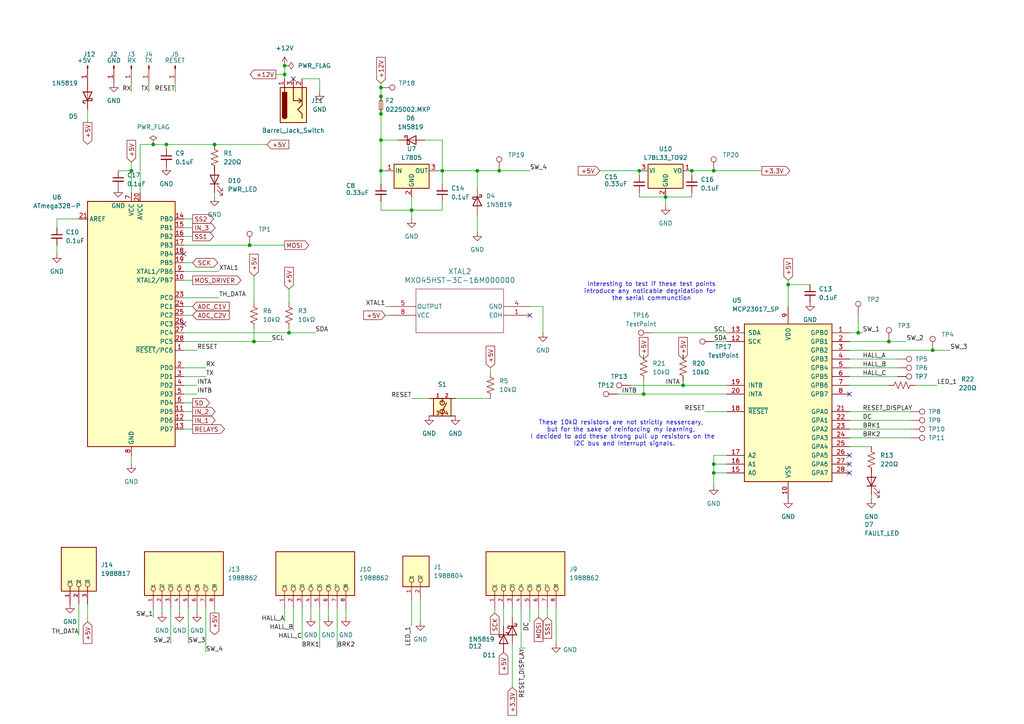
<source format=kicad_sch>
(kicad_sch (version 20231120) (generator "eeschema") (generator_version "8.0")
  (paper "A4")
  (title_block (title "Motor Controller") (date "2024-09-17") (rev "4") (company "Andrew Fischer"))
  (lib_symbols
    (symbol "1988804:1988804" (pin_names (offset 1.016))
      (property "Reference" "J" (at -2.54 3.302 0))
      (property "Value" "1988804" (at -2.54 -7.62 0))
      (symbol "1988804_0_0"
        (pin passive line (at -7.62 0 0) (length 5.08) (name "1") (number "1"))
        (pin passive line (at -7.62 -2.54 0) (length 5.08) (name "2") (number "2"))
      )
    )
    (symbol "1988817:1988817" (pin_names (offset 1.016))
      (property "Reference" "J" (at -6.85 5.08 0))
      (property "Value" "1988817" (at -6.35 -7.62 0))
      (symbol "1988817_0_0"
        (pin passive line (at -10.16 2.54 0) (length 5.08) (name "1") (number "1"))
        (pin passive line (at -10.16 0 0) (length 5.08) (name "2") (number "2"))
        (pin passive line (at -10.16 -2.54 0) (length 5.08) (name "3") (number "3"))
      )
    )
    (symbol "1988862:1988862" (pin_names (offset 1.016))
      (property "Reference" "J" (at -6.85 12.7 0))
      (property "Value" "1988862" (at -6.35 -12.7 0))
      (symbol "1988862_0_0"
        (pin passive line (at -10.16 10.16 0) (length 5.08) (name "1") (number "1"))
        (pin passive line (at -10.16 7.62 0) (length 5.08) (name "2") (number "2"))
        (pin passive line (at -10.16 5.08 0) (length 5.08) (name "3") (number "3"))
        (pin passive line (at -10.16 2.54 0) (length 5.08) (name "4") (number "4"))
        (pin passive line (at -10.16 0 0) (length 5.08) (name "5") (number "5"))
        (pin passive line (at -10.16 -2.54 0) (length 5.08) (name "6") (number "6"))
        (pin passive line (at -10.16 -5.08 0) (length 5.08) (name "7") (number "7"))
        (pin passive line (at -10.16 -7.62 0) (length 5.08) (name "8") (number "8"))
      )
    )
    (symbol "Connector:Barrel_Jack_Switch" (pin_names hide)
      (property "Reference" "J" (at 0 5.334 0))
      (property "Value" "Barrel_Jack_Switch" (at 0 -5.08 0))
      (symbol "Barrel_Jack_Switch_1_1"
        (pin passive line (at 7.62 2.54 180) (length 2.54) (name "~") (number "1"))
        (pin passive line (at 7.62 -2.54 180) (length 2.54) (name "~") (number "2"))
        (pin passive line (at 7.62 0 180) (length 2.54) (name "~") (number "3"))
      )
    )
    (symbol "Connector:Conn_01x01_Pin" (pin_names (offset 1.016) hide)
      (property "Reference" "J" (at 0 2.54 0))
      (property "Value" "Conn_01x01_Pin" (at 0 -2.54 0))
      (symbol "Conn_01x01_Pin_1_1"
        (pin passive line (at 5.08 0 180) (length 3.81) (name "Pin_1") (number "1"))
      )
    )
    (symbol "Connector:TestPoint" (pin_numbers hide) (pin_names (offset 0.762) hide)
      (property "Reference" "TP" (at 0 6.858 0))
      (property "Value" "TestPoint" (at 0 5.08 0))
      (symbol "TestPoint_1_1"
        (pin passive line (at 0 0 90) (length 2.54) (name "1") (number "1"))
      )
    )
    (symbol "Device:C_Small" (pin_numbers hide) (pin_names (offset 0.254) hide)
      (property "Reference" "C" (at 0.254 1.778 0))
      (property "Value" "C_Small" (at 0.254 -2.032 0))
      (symbol "C_Small_1_1"
        (pin passive line (at 0 2.54 270) (length 2.032) (name "~") (number "1"))
        (pin passive line (at 0 -2.54 90) (length 2.032) (name "~") (number "2"))
      )
    )
    (symbol "Device:Fuse_Small" (pin_numbers hide) (pin_names (offset 0.254) hide)
      (property "Reference" "F" (at 0 -1.524 0))
      (property "Value" "Fuse_Small" (at 0 1.524 0))
      (symbol "Fuse_Small_1_1"
        (pin passive line (at -2.54 0 0) (length 1.27) (name "~") (number "1"))
        (pin passive line (at 2.54 0 180) (length 1.27) (name "~") (number "2"))
      )
    )
    (symbol "Device:LED" (pin_numbers hide) (pin_names (offset 1.016) hide)
      (property "Reference" "D" (at 0 2.54 0))
      (property "Value" "LED" (at 0 -2.54 0))
      (symbol "LED_1_1"
        (pin passive line (at -3.81 0 0) (length 2.54) (name "K") (number "1"))
        (pin passive line (at 3.81 0 180) (length 2.54) (name "A") (number "2"))
      )
    )
    (symbol "Device:R_US" (pin_numbers hide) (pin_names (offset 0))
      (property "Reference" "R" (at 2.54 0 90))
      (property "Value" "R_US" (at -2.54 0 90))
      (symbol "R_US_1_1"
        (pin passive line (at 0 3.81 270) (length 1.27) (name "~") (number "1"))
        (pin passive line (at 0 -3.81 90) (length 1.27) (name "~") (number "2"))
      )
    )
    (symbol "Diode:1N5819" (pin_numbers hide) (pin_names (offset 1.016) hide)
      (property "Reference" "D" (at 0 2.54 0))
      (property "Value" "1N5819" (at 0 -2.54 0))
      (symbol "1N5819_1_1"
        (pin passive line (at -3.81 0 0) (length 2.54) (name "K") (number "1"))
        (pin passive line (at 3.81 0 180) (length 2.54) (name "A") (number "2"))
      )
    )
    (symbol "Interface_Expansion:MCP23017_SP" (pin_names (offset 1.016))
      (property "Reference" "U" (at -11.43 24.13 0))
      (property "Value" "MCP23017_SP" (at 0 0 0))
      (symbol "MCP23017_SP_1_1"
        (pin bidirectional line (at 17.78 20.32 180) (length 5.08) (name "GPB0") (number "1"))
        (pin power_in line (at 0 -27.94 90) (length 5.08) (name "VSS") (number "10"))
        (pin no_connect line (at -12.7 15.24 0) (length 5.08) hide (name "NC") (number "11"))
        (pin input line (at -17.78 17.78 0) (length 5.08) (name "SCK") (number "12"))
        (pin bidirectional line (at -17.78 20.32 0) (length 5.08) (name "SDA") (number "13"))
        (pin no_connect line (at -12.7 12.7 0) (length 5.08) hide (name "NC") (number "14"))
        (pin input line (at -17.78 -20.32 0) (length 5.08) (name "A0") (number "15"))
        (pin input line (at -17.78 -17.78 0) (length 5.08) (name "A1") (number "16"))
        (pin input line (at -17.78 -15.24 0) (length 5.08) (name "A2") (number "17"))
        (pin input line (at -17.78 -2.54 0) (length 5.08) (name "~{RESET}") (number "18"))
        (pin tri_state line (at -17.78 5.08 0) (length 5.08) (name "INTB") (number "19"))
        (pin bidirectional line (at 17.78 17.78 180) (length 5.08) (name "GPB1") (number "2"))
        (pin tri_state line (at -17.78 2.54 0) (length 5.08) (name "INTA") (number "20"))
        (pin bidirectional line (at 17.78 -2.54 180) (length 5.08) (name "GPA0") (number "21"))
        (pin bidirectional line (at 17.78 -5.08 180) (length 5.08) (name "GPA1") (number "22"))
        (pin bidirectional line (at 17.78 -7.62 180) (length 5.08) (name "GPA2") (number "23"))
        (pin bidirectional line (at 17.78 -10.16 180) (length 5.08) (name "GPA3") (number "24"))
        (pin bidirectional line (at 17.78 -12.7 180) (length 5.08) (name "GPA4") (number "25"))
        (pin bidirectional line (at 17.78 -15.24 180) (length 5.08) (name "GPA5") (number "26"))
        (pin bidirectional line (at 17.78 -17.78 180) (length 5.08) (name "GPA6") (number "27"))
        (pin bidirectional line (at 17.78 -20.32 180) (length 5.08) (name "GPA7") (number "28"))
        (pin bidirectional line (at 17.78 15.24 180) (length 5.08) (name "GPB2") (number "3"))
        (pin bidirectional line (at 17.78 12.7 180) (length 5.08) (name "GPB3") (number "4"))
        (pin bidirectional line (at 17.78 10.16 180) (length 5.08) (name "GPB4") (number "5"))
        (pin bidirectional line (at 17.78 7.62 180) (length 5.08) (name "GPB5") (number "6"))
        (pin bidirectional line (at 17.78 5.08 180) (length 5.08) (name "GPB6") (number "7"))
        (pin bidirectional line (at 17.78 2.54 180) (length 5.08) (name "GPB7") (number "8"))
        (pin power_in line (at 0 27.94 270) (length 5.08) (name "VDD") (number "9"))
      )
    )
    (symbol "MCU_Microchip_ATmega:ATmega328-P"
      (property "Reference" "U" (at -12.7 36.83 0))
      (property "Value" "ATmega328-P" (at 2.54 -36.83 0))
      (symbol "ATmega328-P_1_1"
        (pin bidirectional line (at 15.24 -7.62 180) (length 2.54) (name "~{RESET}/PC6") (number "1"))
        (pin bidirectional line (at 15.24 12.7 180) (length 2.54) (name "XTAL2/PB7") (number "10"))
        (pin bidirectional line (at 15.24 -25.4 180) (length 2.54) (name "PD5") (number "11"))
        (pin bidirectional line (at 15.24 -27.94 180) (length 2.54) (name "PD6") (number "12"))
        (pin bidirectional line (at 15.24 -30.48 180) (length 2.54) (name "PD7") (number "13"))
        (pin bidirectional line (at 15.24 30.48 180) (length 2.54) (name "PB0") (number "14"))
        (pin bidirectional line (at 15.24 27.94 180) (length 2.54) (name "PB1") (number "15"))
        (pin bidirectional line (at 15.24 25.4 180) (length 2.54) (name "PB2") (number "16"))
        (pin bidirectional line (at 15.24 22.86 180) (length 2.54) (name "PB3") (number "17"))
        (pin bidirectional line (at 15.24 20.32 180) (length 2.54) (name "PB4") (number "18"))
        (pin bidirectional line (at 15.24 17.78 180) (length 2.54) (name "PB5") (number "19"))
        (pin bidirectional line (at 15.24 -12.7 180) (length 2.54) (name "PD0") (number "2"))
        (pin power_in line (at 2.54 38.1 270) (length 2.54) (name "AVCC") (number "20"))
        (pin passive line (at -15.24 30.48 0) (length 2.54) (name "AREF") (number "21"))
        (pin passive line (at 0 -38.1 90) (length 2.54) hide (name "GND") (number "22"))
        (pin bidirectional line (at 15.24 7.62 180) (length 2.54) (name "PC0") (number "23"))
        (pin bidirectional line (at 15.24 5.08 180) (length 2.54) (name "PC1") (number "24"))
        (pin bidirectional line (at 15.24 2.54 180) (length 2.54) (name "PC2") (number "25"))
        (pin bidirectional line (at 15.24 0 180) (length 2.54) (name "PC3") (number "26"))
        (pin bidirectional line (at 15.24 -2.54 180) (length 2.54) (name "PC4") (number "27"))
        (pin bidirectional line (at 15.24 -5.08 180) (length 2.54) (name "PC5") (number "28"))
        (pin bidirectional line (at 15.24 -15.24 180) (length 2.54) (name "PD1") (number "3"))
        (pin bidirectional line (at 15.24 -17.78 180) (length 2.54) (name "PD2") (number "4"))
        (pin bidirectional line (at 15.24 -20.32 180) (length 2.54) (name "PD3") (number "5"))
        (pin bidirectional line (at 15.24 -22.86 180) (length 2.54) (name "PD4") (number "6"))
        (pin power_in line (at 0 38.1 270) (length 2.54) (name "VCC") (number "7"))
        (pin power_in line (at 0 -38.1 90) (length 2.54) (name "GND") (number "8"))
        (pin bidirectional line (at 15.24 15.24 180) (length 2.54) (name "XTAL1/PB6") (number "9"))
      )
    )
    (symbol "MXO45HST-3C-16M000000:MXO45HST-3C-16M000000" (pin_names (offset 0.254))
      (property "Reference" "XTAL" (at 20.32 10.16 0))
      (property "Value" "MXO45HST-3C-16M000000" (at 20.32 7.62 0))
      (symbol "MXO45HST-3C-16M000000_0_1"
        (pin input line (at 0 0 0) (length 7.62) (name "EOH") (number "1"))
        (pin power_out line (at 0 -2.54 0) (length 7.62) (name "GND") (number "4"))
        (pin output line (at 40.64 -2.54 180) (length 7.62) (name "OUTPUT") (number "5"))
        (pin power_in line (at 40.64 0 180) (length 7.62) (name "VCC") (number "8"))
      )
    )
    (symbol "Regulator_Linear:L7805" (pin_names (offset 0.254))
      (property "Reference" "U" (at -3.81 3.175 0))
      (property "Value" "L7805" (at 0 3.175 0))
      (symbol "L7805_1_1"
        (pin power_in line (at -7.62 0 0) (length 2.54) (name "IN") (number "1"))
        (pin power_in line (at 0 -7.62 90) (length 2.54) (name "GND") (number "2"))
        (pin power_out line (at 7.62 0 180) (length 2.54) (name "OUT") (number "3"))
      )
    )
    (symbol "Regulator_Linear:L78L33_TO92" (pin_names (offset 0.254))
      (property "Reference" "U" (at -3.81 3.175 0))
      (property "Value" "L78L33_TO92" (at 0 3.175 0))
      (symbol "L78L33_TO92_1_1"
        (pin power_out line (at 7.62 0 180) (length 2.54) (name "VO") (number "1"))
        (pin power_in line (at 0 -7.62 90) (length 2.54) (name "GND") (number "2"))
        (pin power_in line (at -7.62 0 0) (length 2.54) (name "VI") (number "3"))
      )
    )
    (symbol "TS02-66-50-BK-160-LCR-D:TS02-66-50-BK-160-LCR-D" (pin_names (offset 1.016))
      (property "Reference" "S1" (at 0 12.7 0))
      (property "Value" "TS02-66-50-BK-160-LCR-D" (at 0.508 -4.318 0))
      (symbol "TS02-66-50-BK-160-LCR-D_0_0"
        (pin passive line (at -3.81 2.54 0) (length 5.08) (name "~") (number "1"))
        (pin passive line (at 3.81 2.54 180) (length 5.08) (name "~") (number "2"))
        (pin passive line (at -3.81 -2.54 0) (length 5.08) (name "~") (number "3"))
        (pin passive line (at 3.81 -2.54 180) (length 5.08) (name "~") (number "4"))
      )
    )
    (symbol "power:+12V" (power) (pin_numbers hide) (pin_names (offset 0) hide)
      (property "Value" "+12V" (at 0 3.556 0))
      (symbol "+12V_1_1"
        (pin power_in line (at 0 0 90) (length 0) (name "~") (number "1"))
      )
    )
    (symbol "power:GND" (power) (pin_numbers hide) (pin_names (offset 0) hide)
      (property "Value" "GND" (at 0 -3.81 0))
      (symbol "GND_1_1"
        (pin power_in line (at 0 0 270) (length 0) (name "~") (number "1"))
      )
    )
    (symbol "power:PWR_FLAG" (power) (pin_numbers hide) (pin_names (offset 0) hide)
      (property "Value" "PWR_FLAG" (at 0 3.81 0))
      (symbol "PWR_FLAG_0_0"
        (pin power_out line (at 0 0 90) (length 0) (name "~") (number "1"))
      )
    )
  )
  (junction (at 110.49 27.94))
  (junction (at 38.1 49.53))
  (junction (at 110.49 40.64))
  (junction (at 200.66 49.53))
  (junction (at 144.78 49.53))
  (junction (at 198.12 111.76))
  (junction (at 138.43 49.53))
  (junction (at 270.51 101.6))
  (junction (at 207.01 49.53))
  (junction (at 110.49 33.02))
  (junction (at 110.49 25.4))
  (junction (at 257.81 99.06))
  (junction (at 83.82 96.52))
  (junction (at 62.23 41.91))
  (junction (at 248.92 96.52))
  (junction (at 72.39 71.12))
  (junction (at 82.55 21.59))
  (junction (at 228.6 82.55))
  (junction (at 128.27 49.53))
  (junction (at 110.49 49.53))
  (junction (at 193.04 57.15))
  (junction (at 48.26 41.91))
  (junction (at 82.55 19.05))
  (junction (at 207.01 137.16))
  (junction (at 185.42 49.53))
  (junction (at 119.38 60.96))
  (junction (at 207.01 134.62))
  (junction (at 44.45 41.91))
  (junction (at 73.66 99.06))
  (junction (at 186.69 114.3))
  (no_connect (at 246.38 137.16))
  (no_connect (at 246.38 132.08))
  (no_connect (at 246.38 134.62))
  (no_connect (at 153.67 91.44))
  (no_connect (at 53.34 73.66))
  (no_connect (at 246.38 114.3))
  (no_connect (at 53.34 93.98))
  (no_connect (at 85.09 22.86))
  (wire (pts (xy 73.66 95.25) (xy 73.66 99.06)))
  (wire (pts (xy 185.42 57.15) (xy 193.04 57.15)))
  (wire (pts (xy 46.99 176.53) (xy 46.99 177.8)))
  (wire (pts (xy 53.34 111.76) (xy 57.15 111.76)))
  (wire (pts (xy 53.34 109.22) (xy 59.69 109.22)))
  (wire (pts (xy 16.51 66.04) (xy 16.51 63.5)))
  (wire (pts (xy 38.1 46.99) (xy 38.1 49.53)))
  (wire (pts (xy 228.6 82.55) (xy 228.6 88.9)))
  (wire (pts (xy 110.49 49.53) (xy 111.76 49.53)))
  (wire (pts (xy 50.8 24.13) (xy 50.8 26.67)))
  (wire (pts (xy 185.42 55.88) (xy 185.42 57.15)))
  (wire (pts (xy 179.07 114.3) (xy 186.69 114.3)))
  (wire (pts (xy 246.38 121.92) (xy 264.16 121.92)))
  (wire (pts (xy 48.26 41.91) (xy 62.23 41.91)))
  (wire (pts (xy 142.24 106.68) (xy 142.24 107.95)))
  (wire (pts (xy 246.38 106.68) (xy 260.35 106.68)))
  (wire (pts (xy 53.34 114.3) (xy 57.15 114.3)))
  (wire (pts (xy 16.51 63.5) (xy 22.86 63.5)))
  (wire (pts (xy 210.82 99.06) (xy 207.01 99.06)))
  (wire (pts (xy 270.51 101.6) (xy 275.59 101.6)))
  (wire (pts (xy 146.05 176.53) (xy 146.05 181.61)))
  (wire (pts (xy 189.23 96.52) (xy 210.82 96.52)))
  (wire (pts (xy 207.01 49.53) (xy 220.98 49.53)))
  (wire (pts (xy 248.92 96.52) (xy 250.19 96.52)))
  (wire (pts (xy 200.66 57.15) (xy 193.04 57.15)))
  (wire (pts (xy 151.13 187.96) (xy 151.13 176.53)))
  (wire (pts (xy 173.99 49.53) (xy 185.42 49.53)))
  (wire (pts (xy 72.39 71.12) (xy 82.55 71.12)))
  (wire (pts (xy 153.67 176.53) (xy 153.67 180.34)))
  (wire (pts (xy 143.51 176.53) (xy 143.51 177.8)))
  (wire (pts (xy 138.43 62.23) (xy 138.43 67.31)))
  (wire (pts (xy 185.42 49.53) (xy 185.42 50.8)))
  (wire (pts (xy 157.48 96.52) (xy 157.48 88.9)))
  (wire (pts (xy 248.92 91.44) (xy 248.92 96.52)))
  (wire (pts (xy 186.69 110.49) (xy 186.69 114.3)))
  (wire (pts (xy 246.38 119.38) (xy 264.16 119.38)))
  (wire (pts (xy 22.86 175.26) (xy 22.86 184.15)))
  (wire (pts (xy 119.38 60.96) (xy 119.38 57.15)))
  (wire (pts (xy 49.53 176.53) (xy 49.53 186.69)))
  (wire (pts (xy 110.49 60.96) (xy 119.38 60.96)))
  (wire (pts (xy 200.66 49.53) (xy 200.66 50.8)))
  (wire (pts (xy 144.78 49.53) (xy 153.67 49.53)))
  (wire (pts (xy 92.71 22.86) (xy 87.63 22.86)))
  (wire (pts (xy 228.6 82.55) (xy 234.95 82.55)))
  (wire (pts (xy 80.01 21.59) (xy 82.55 21.59)))
  (wire (pts (xy 252.73 137.16) (xy 252.73 135.89)))
  (wire (pts (xy 161.29 176.53) (xy 161.29 186.69)))
  (wire (pts (xy 53.34 96.52) (xy 83.82 96.52)))
  (wire (pts (xy 119.38 63.5) (xy 119.38 60.96)))
  (wire (pts (xy 82.55 21.59) (xy 82.55 22.86)))
  (wire (pts (xy 207.01 137.16) (xy 210.82 137.16)))
  (wire (pts (xy 110.49 24.13) (xy 110.49 25.4)))
  (wire (pts (xy 207.01 140.97) (xy 207.01 137.16)))
  (wire (pts (xy 44.45 176.53) (xy 44.45 179.07)))
  (wire (pts (xy 53.34 119.38) (xy 55.88 119.38)))
  (wire (pts (xy 38.1 132.08) (xy 38.1 134.62)))
  (wire (pts (xy 148.59 186.69) (xy 148.59 199.39)))
  (wire (pts (xy 193.04 59.69) (xy 193.04 57.15)))
  (wire (pts (xy 246.38 127) (xy 264.16 127)))
  (wire (pts (xy 59.69 176.53) (xy 59.69 189.23)))
  (wire (pts (xy 128.27 49.53) (xy 128.27 53.34)))
  (wire (pts (xy 83.82 95.25) (xy 83.82 96.52)))
  (wire (pts (xy 110.49 60.96) (xy 110.49 58.42)))
  (wire (pts (xy 57.15 177.8) (xy 57.15 176.53)))
  (wire (pts (xy 182.88 111.76) (xy 198.12 111.76)))
  (wire (pts (xy 246.38 96.52) (xy 248.92 96.52)))
  (wire (pts (xy 119.38 60.96) (xy 128.27 60.96)))
  (wire (pts (xy 82.55 176.53) (xy 82.55 180.34)))
  (wire (pts (xy 62.23 55.88) (xy 62.23 57.15)))
  (wire (pts (xy 43.18 24.13) (xy 43.18 26.67)))
  (wire (pts (xy 152.4 187.96) (xy 151.13 187.96)))
  (wire (pts (xy 198.12 111.76) (xy 210.82 111.76)))
  (wire (pts (xy 100.33 176.53) (xy 100.33 179.07)))
  (wire (pts (xy 83.82 96.52) (xy 91.44 96.52)))
  (wire (pts (xy 85.09 176.53) (xy 85.09 182.88)))
  (wire (pts (xy 34.29 49.53) (xy 38.1 49.53)))
  (wire (pts (xy 111.76 88.9) (xy 113.03 88.9)))
  (wire (pts (xy 257.81 99.06) (xy 262.89 99.06)))
  (wire (pts (xy 63.5 78.74) (xy 53.34 78.74)))
  (wire (pts (xy 246.38 109.22) (xy 260.35 109.22)))
  (wire (pts (xy 148.59 176.53) (xy 148.59 179.07)))
  (wire (pts (xy 246.38 101.6) (xy 270.51 101.6)))
  (wire (pts (xy 110.49 33.02) (xy 110.49 40.64)))
  (wire (pts (xy 128.27 49.53) (xy 128.27 40.64)))
  (wire (pts (xy 246.38 99.06) (xy 257.81 99.06)))
  (wire (pts (xy 53.34 124.46) (xy 55.88 124.46)))
  (wire (pts (xy 53.34 99.06) (xy 73.66 99.06)))
  (wire (pts (xy 119.38 115.57) (xy 124.46 115.57)))
  (wire (pts (xy 110.49 25.4) (xy 110.49 27.94)))
  (wire (pts (xy 186.69 102.87) (xy 186.69 104.14)))
  (wire (pts (xy 200.66 55.88) (xy 200.66 57.15)))
  (wire (pts (xy 53.34 121.92) (xy 55.88 121.92)))
  (wire (pts (xy 53.34 68.58) (xy 55.88 68.58)))
  (wire (pts (xy 82.55 19.05) (xy 82.55 21.59)))
  (wire (pts (xy 53.34 106.68) (xy 59.69 106.68)))
  (wire (pts (xy 87.63 176.53) (xy 87.63 185.42)))
  (wire (pts (xy 77.47 41.91) (xy 62.23 41.91)))
  (wire (pts (xy 119.38 173.99) (xy 119.38 181.61)))
  (wire (pts (xy 246.38 124.46) (xy 264.16 124.46)))
  (wire (pts (xy 186.69 114.3) (xy 210.82 114.3)))
  (wire (pts (xy 110.49 27.94) (xy 110.49 33.02)))
  (wire (pts (xy 38.1 49.53) (xy 38.1 55.88)))
  (wire (pts (xy 200.66 49.53) (xy 207.01 49.53)))
  (wire (pts (xy 128.27 40.64) (xy 123.19 40.64)))
  (wire (pts (xy 110.49 40.64) (xy 115.57 40.64)))
  (wire (pts (xy 156.21 176.53) (xy 156.21 179.07)))
  (wire (pts (xy 207.01 134.62) (xy 207.01 132.08)))
  (wire (pts (xy 128.27 49.53) (xy 127 49.53)))
  (wire (pts (xy 73.66 99.06) (xy 78.74 99.06)))
  (wire (pts (xy 246.38 104.14) (xy 260.35 104.14)))
  (wire (pts (xy 16.51 71.12) (xy 16.51 73.66)))
  (wire (pts (xy 53.34 86.36) (xy 63.5 86.36)))
  (wire (pts (xy 53.34 76.2) (xy 55.88 76.2)))
  (wire (pts (xy 128.27 60.96) (xy 128.27 58.42)))
  (wire (pts (xy 90.17 176.53) (xy 90.17 179.07)))
  (wire (pts (xy 138.43 49.53) (xy 138.43 54.61)))
  (wire (pts (xy 25.4 31.75) (xy 25.4 35.56)))
  (wire (pts (xy 92.71 26.67) (xy 92.71 22.86)))
  (wire (pts (xy 252.73 143.51) (xy 252.73 144.78)))
  (wire (pts (xy 53.34 91.44) (xy 55.88 91.44)))
  (wire (pts (xy 83.82 83.82) (xy 83.82 87.63)))
  (wire (pts (xy 38.1 24.13) (xy 38.1 26.67)))
  (wire (pts (xy 92.71 176.53) (xy 92.71 187.96)))
  (wire (pts (xy 111.76 91.44) (xy 113.03 91.44)))
  (wire (pts (xy 53.34 66.04) (xy 55.88 66.04)))
  (wire (pts (xy 53.34 63.5) (xy 55.88 63.5)))
  (wire (pts (xy 198.12 110.49) (xy 198.12 111.76)))
  (wire (pts (xy 198.12 104.14) (xy 198.12 102.87)))
  (wire (pts (xy 53.34 116.84) (xy 55.88 116.84)))
  (wire (pts (xy 265.43 111.76) (xy 271.78 111.76)))
  (wire (pts (xy 73.66 80.01) (xy 73.66 87.63)))
  (wire (pts (xy 110.49 40.64) (xy 110.49 49.53)))
  (wire (pts (xy 128.27 49.53) (xy 138.43 49.53)))
  (wire (pts (xy 228.6 81.28) (xy 228.6 82.55)))
  (wire (pts (xy 54.61 176.53) (xy 54.61 186.69)))
  (wire (pts (xy 158.75 176.53) (xy 158.75 179.07)))
  (wire (pts (xy 95.25 176.53) (xy 95.25 179.07)))
  (wire (pts (xy 62.23 49.53) (xy 62.23 48.26)))
  (wire (pts (xy 121.92 173.99) (xy 121.92 180.34)))
  (wire (pts (xy 53.34 88.9) (xy 55.88 88.9)))
  (wire (pts (xy 207.01 132.08) (xy 210.82 132.08)))
  (wire (pts (xy 207.01 137.16) (xy 207.01 134.62)))
  (wire (pts (xy 53.34 71.12) (xy 72.39 71.12)))
  (wire (pts (xy 40.64 41.91) (xy 44.45 41.91)))
  (wire (pts (xy 62.23 176.53) (xy 62.23 177.8)))
  (wire (pts (xy 25.4 175.26) (xy 25.4 180.34)))
  (wire (pts (xy 53.34 101.6) (xy 57.15 101.6)))
  (wire (pts (xy 246.38 129.54) (xy 252.73 129.54)))
  (wire (pts (xy 204.47 119.38) (xy 210.82 119.38)))
  (wire (pts (xy 246.38 111.76) (xy 257.81 111.76)))
  (wire (pts (xy 48.26 43.18) (xy 48.26 41.91)))
  (wire (pts (xy 53.34 81.28) (xy 55.88 81.28)))
  (wire (pts (xy 40.64 41.91) (xy 40.64 55.88)))
  (wire (pts (xy 132.08 115.57) (xy 142.24 115.57)))
  (wire (pts (xy 44.45 41.91) (xy 48.26 41.91)))
  (wire (pts (xy 52.07 176.53) (xy 52.07 177.8)))
  (wire (pts (xy 97.79 176.53) (xy 97.79 187.96)))
  (wire (pts (xy 110.49 49.53) (xy 110.49 53.34)))
  (wire (pts (xy 157.48 88.9) (xy 153.67 88.9)))
  (wire (pts (xy 138.43 49.53) (xy 144.78 49.53)))
  (wire (pts (xy 207.01 134.62) (xy 210.82 134.62)))
  (text "Interesting to test if these test points\nintroduce any noticable degridation for \nthe serial communction" (at 188.976 84.582 0) (effects (font (size 1.27 1.27))))
  (text "These 10kΩ resistors are not strictly nessercary, \nbut for the sake of reinforcing my learning, \nI decided to add these strong pull up resistors on the\n I2C bus and Interrupt signals." (at 180.594 125.73 0) (effects (font (size 1.27 1.27))))
  (label "SW_4" (at 59.69 189.23 0))
  (label "SW_4" (at 153.67 49.53 0))
  (label "SDA" (at 210.82 99.06 180))
  (label "BRK2" (at 250.19 127 0))
  (label "LED_1" (at 271.78 111.76 0))
  (label "INTA" (at 193.04 111.76 0))
  (label "DC" (at 250.19 121.92 0))
  (label "TH_DATA" (at 22.86 184.15 180))
  (label "BRK1" (at 92.71 187.96 180))
  (label "TX" (at 43.18 26.67 180))
  (label "HALL_A" (at 250.19 104.14 0))
  (label "BRK2" (at 97.79 187.96 0))
  (label "RESET" (at 50.8 26.67 180))
  (label "RESET" (at 57.15 101.6 0))
  (label "BRK1" (at 250.19 124.46 0))
  (label "SW_2" (at 49.53 186.69 180))
  (label "RESET_DISPLAY" (at 250.19 119.38 0))
  (label "SW_3" (at 275.59 101.6 0))
  (label "HALL_A" (at 82.55 180.34 180))
  (label "HALL_C" (at 250.19 109.22 0))
  (label "SW_1" (at 44.45 179.07 180))
  (label "SDA" (at 91.44 96.52 0))
  (label "INTA" (at 57.15 111.76 0))
  (label "HALL_B" (at 250.19 106.68 0))
  (label "HALL_C" (at 87.63 185.42 180))
  (label "SCL" (at 207.01 96.52 0))
  (label "INTB" (at 180.34 114.3 0))
  (label "RESET_DISPLAY" (at 152.4 187.96 270))
  (label "SW_1" (at 250.19 96.52 0))
  (label "RX" (at 38.1 26.67 180))
  (label "XTAL1" (at 63.5 78.74 0))
  (label "LED_1" (at 119.38 181.61 270))
  (label "RX" (at 59.69 106.68 0))
  (label "SW_3" (at 54.61 186.69 0))
  (label "HALL_B" (at 85.09 182.88 180))
  (label "TX" (at 59.69 109.22 0))
  (label "DC" (at 153.67 180.34 270))
  (label "SCL" (at 78.74 99.06 0))
  (label "INTB" (at 57.15 114.3 0))
  (label "XTAL1" (at 111.76 88.9 180))
  (label "RESET" (at 204.47 119.38 180))
  (label "SW_2" (at 262.89 99.06 0))
  (label "TH_DATA" (at 63.5 86.36 0))
  (label "RESET" (at 119.38 115.57 180))
  (global_label "SCK" (shape input) (at 143.51 177.8 270) (property "Intersheetrefs" "${INTERSHEET_REFS}" (effects (hide yes))))
  (global_label "+5V" (shape output) (at 25.4 35.56 270) (property "Intersheetrefs" "${INTERSHEET_REFS}" (effects (hide yes))))
  (global_label "+5V" (shape input) (at 111.76 91.44 180) (property "Intersheetrefs" "${INTERSHEET_REFS}" (effects (hide yes))))
  (global_label "SCK" (shape bidirectional) (at 55.88 76.2 0) (property "Intersheetrefs" "${INTERSHEET_REFS}" (effects (hide yes))))
  (global_label "+3.3V" (shape output) (at 220.98 49.53 0) (property "Intersheetrefs" "${INTERSHEET_REFS}" (effects (hide yes))))
  (global_label "+5V" (shape input) (at 228.6 81.28 90) (property "Intersheetrefs" "${INTERSHEET_REFS}" (effects (hide yes))))
  (global_label "SS2" (shape output) (at 55.88 63.5 0) (property "Intersheetrefs" "${INTERSHEET_REFS}" (effects (hide yes))))
  (global_label "+5V" (shape input) (at 173.99 49.53 180) (property "Intersheetrefs" "${INTERSHEET_REFS}" (effects (hide yes))))
  (global_label "IN_2" (shape output) (at 55.88 119.38 0) (property "Intersheetrefs" "${INTERSHEET_REFS}" (effects (hide yes))))
  (global_label "MOSI" (shape output) (at 82.55 71.12 0) (property "Intersheetrefs" "${INTERSHEET_REFS}" (effects (hide yes))))
  (global_label "+5V" (shape input) (at 142.24 106.68 90) (property "Intersheetrefs" "${INTERSHEET_REFS}" (effects (hide yes))))
  (global_label "SS1" (shape input) (at 158.75 179.07 270) (property "Intersheetrefs" "${INTERSHEET_REFS}" (effects (hide yes))))
  (global_label "+5V" (shape input) (at 38.1 46.99 90) (property "Intersheetrefs" "${INTERSHEET_REFS}" (effects (hide yes))))
  (global_label "+5V" (shape input) (at 146.05 189.23 270) (property "Intersheetrefs" "${INTERSHEET_REFS}" (effects (hide yes))))
  (global_label "+5V" (shape input) (at 77.47 41.91 0) (property "Intersheetrefs" "${INTERSHEET_REFS}" (effects (hide yes))))
  (global_label "+5V" (shape output) (at 62.23 177.8 270) (property "Intersheetrefs" "${INTERSHEET_REFS}" (effects (hide yes))))
  (global_label "+3.3V" (shape input) (at 148.59 199.39 270) (property "Intersheetrefs" "${INTERSHEET_REFS}" (effects (hide yes))))
  (global_label "+12V" (shape output) (at 80.01 21.59 180) (property "Intersheetrefs" "${INTERSHEET_REFS}" (effects (hide yes))))
  (global_label "SS1" (shape output) (at 55.88 68.58 0) (property "Intersheetrefs" "${INTERSHEET_REFS}" (effects (hide yes))))
  (global_label "IN_1" (shape output) (at 55.88 121.92 0) (property "Intersheetrefs" "${INTERSHEET_REFS}" (effects (hide yes))))
  (global_label "IN_3" (shape output) (at 55.88 66.04 0) (property "Intersheetrefs" "${INTERSHEET_REFS}" (effects (hide yes))))
  (global_label "+12V" (shape input) (at 110.49 24.13 90) (property "Intersheetrefs" "${INTERSHEET_REFS}" (effects (hide yes))))
  (global_label "+5V" (shape input) (at 25.4 180.34 270) (property "Intersheetrefs" "${INTERSHEET_REFS}" (effects (hide yes))))
  (global_label "MOSI" (shape input) (at 156.21 179.07 270) (property "Intersheetrefs" "${INTERSHEET_REFS}" (effects (hide yes))))
  (global_label "+5V" (shape input) (at 198.12 104.14 90) (property "Intersheetrefs" "${INTERSHEET_REFS}" (effects (hide yes))))
  (global_label "+5V" (shape input) (at 73.66 80.01 90) (property "Intersheetrefs" "${INTERSHEET_REFS}" (effects (hide yes))))
  (global_label "ADC_C2V" (shape input) (at 55.88 91.44 0) (property "Intersheetrefs" "${INTERSHEET_REFS}" (effects (hide yes))))
  (global_label "SD" (shape output) (at 55.88 116.84 0) (property "Intersheetrefs" "${INTERSHEET_REFS}" (effects (hide yes))))
  (global_label "+5V" (shape input) (at 186.69 104.14 90) (property "Intersheetrefs" "${INTERSHEET_REFS}" (effects (hide yes))))
  (global_label "RELAYS" (shape output) (at 55.88 124.46 0) (property "Intersheetrefs" "${INTERSHEET_REFS}" (effects (hide yes))))
  (global_label "+5V" (shape input) (at 83.82 83.82 90) (property "Intersheetrefs" "${INTERSHEET_REFS}" (effects (hide yes))))
  (global_label "MOS_DRIVER" (shape output) (at 55.88 81.28 0) (property "Intersheetrefs" "${INTERSHEET_REFS}" (effects (hide yes))))
  (global_label "ADC_C1V" (shape input) (at 55.88 88.9 0) (property "Intersheetrefs" "${INTERSHEET_REFS}" (effects (hide yes))))
  (symbol (lib_id "power:GND") (at 95.25 179.07 0) (unit 1)
    (property "Reference" "#PWR052" (effects (hide yes)))
    (property "Value" "GND" (at 95.25 184.15 0))
    (property "Description" "Power symbol creates a global label with name \"GND\" , ground" (effects (hide yes)))
  )
  (symbol (lib_id "Device:R_US") (at 83.82 91.44 0) (unit 1)
    (property "Reference" "R3" (at 86.36 90.1699 0) (effects (justify left)))
    (property "Value" "10kΩ" (at 86.36 92.7099 0) (effects (justify left)))
    (property "Footprint" "Resistor_THT:R_Axial_DIN0207_L6.3mm_D2.5mm_P10.16mm_Horizontal" (effects (hide yes)))
    (property "Description" "Resistor, US symbol" (effects (hide yes)))
  )
  (symbol (lib_id "Device:R_US") (at 252.73 133.35 0) (unit 1)
    (property "Reference" "R13" (at 255.27 132.0799 0) (effects (justify left)))
    (property "Value" "220Ω" (at 255.27 134.6199 0) (effects (justify left)))
    (property "Footprint" "Resistor_THT:R_Axial_DIN0207_L6.3mm_D2.5mm_P10.16mm_Horizontal" (effects (hide yes)))
    (property "Description" "Resistor, US symbol" (effects (hide yes)))
  )
  (symbol (lib_id "Connector:TestPoint") (at 72.39 71.12 0) (unit 1)
    (property "Reference" "TP1" (at 74.93 66.5479 0) (effects (justify left)))
    (property "Value" "TestPoint" (effects (hide yes)))
    (property "Footprint" "TestPoint:TestPoint_THTPad_1.0x1.0mm_Drill0.5mm" (effects (hide yes)))
    (property "Description" "test point" (effects (hide yes)))
  )
  (symbol (lib_id "Connector:TestPoint") (at 182.88 111.76 90) (unit 1)
    (property "Reference" "TP13" (at 179.578 109.22 90))
    (property "Value" "TestPoint" (effects (hide yes)))
    (property "Footprint" "TestPoint:TestPoint_THTPad_1.0x1.0mm_Drill0.5mm" (effects (hide yes)))
    (property "Description" "test point" (effects (hide yes)))
  )
  (symbol (lib_id "power:GND") (at 92.71 26.67 0) (unit 1)
    (property "Reference" "#PWR023" (effects (hide yes)))
    (property "Value" "GND" (at 92.71 31.75 0))
    (property "Description" "Power symbol creates a global label with name \"GND\" , ground" (effects (hide yes)))
  )
  (symbol (lib_id "Connector:TestPoint") (at 264.16 127 270) (unit 1)
    (property "Reference" "TP11" (at 269.24 126.9999 90) (effects (justify left)))
    (property "Value" "TestPoint" (effects (hide yes)))
    (property "Footprint" "TestPoint:TestPoint_THTPad_1.0x1.0mm_Drill0.5mm" (effects (hide yes)))
    (property "Description" "test point" (effects (hide yes)))
  )
  (symbol (lib_id "power:+12V") (at 82.55 19.05 0) (unit 1)
    (property "Reference" "#PWR024" (effects (hide yes)))
    (property "Value" "+12V" (at 82.55 13.97 0))
    (property "Description" "Power symbol creates a global label with name \"+12V\"" (effects (hide yes)))
  )
  (symbol (lib_id "power:GND") (at 100.33 179.07 0) (unit 1)
    (property "Reference" "#PWR053" (effects (hide yes)))
    (property "Value" "GND" (at 100.33 184.15 0))
    (property "Description" "Power symbol creates a global label with name \"GND\" , ground" (effects (hide yes)))
  )
  (symbol (lib_id "Device:C_Small") (at 48.26 45.72 0) (unit 1)
    (property "Reference" "C9" (at 50.8 44.4562 0) (effects (justify left)))
    (property "Value" "0.1uF" (at 50.8 46.9962 0) (effects (justify left)))
    (property "Footprint" "Ceramic_Cap_5.08mm_Spacing:Ceramic_Cap_5.08mm_Spacing" (effects (hide yes)))
    (property "Description" "Unpolarized capacitor, small symbol" (effects (hide yes)))
  )
  (symbol (lib_id "Device:LED") (at 252.73 139.7 90) (unit 1)
    (property "Reference" "D7" (at 250.698 152.146 90) (effects (justify right)))
    (property "Value" "FAULT_LED" (at 250.698 154.686 90) (effects (justify right)))
    (property "Footprint" "LED_THT:LED_D5.0mm" (effects (hide yes)))
    (property "Description" "Light emitting diode" (effects (hide yes)))
  )
  (symbol (lib_id "Connector:TestPoint") (at 270.51 101.6 0) (unit 1)
    (property "Reference" "TP4" (at 273.05 97.0279 0) (effects (justify left)))
    (property "Value" "TestPoint" (effects (hide yes)))
    (property "Footprint" "TestPoint:TestPoint_THTPad_1.0x1.0mm_Drill0.5mm" (effects (hide yes)))
    (property "Description" "test point" (effects (hide yes)))
  )
  (symbol (lib_id "Connector:Conn_01x01_Pin") (at 25.4 19.05 270) (unit 1)
    (property "Reference" "J12" (at 24.13 15.748 90) (effects (justify left)))
    (property "Value" "+5V" (at 22.352 17.526 90) (effects (justify left)))
    (property "Footprint" "Connector_PinHeader_1.00mm:PinHeader_1x01_P1.00mm_Vertical" (effects (hide yes)))
    (property "Description" "Generic connector, single row, 01x01, script generated" (effects (hide yes)))
  )
  (symbol (lib_id "Connector:TestPoint") (at 207.01 49.53 0) (unit 1)
    (property "Reference" "TP20" (at 209.55 44.9579 0) (effects (justify left)))
    (property "Value" "TestPoint" (effects (hide yes)))
    (property "Footprint" "TestPoint:TestPoint_THTPad_1.0x1.0mm_Drill0.5mm" (effects (hide yes)))
    (property "Description" "test point" (effects (hide yes)))
  )
  (symbol (lib_id "Diode:1N5819") (at 146.05 185.42 270) (unit 1)
    (property "Reference" "D12" (at 135.89 187.452 90) (effects (justify left)))
    (property "Value" "1N5819" (at 135.89 185.42 90) (effects (justify left)))
    (property "Footprint" "Diode_THT:D_DO-41_SOD81_P10.16mm_Horizontal" (effects (hide yes)))
    (property "Datasheet" "http://www.vishay.com/docs/88525/1n5817.pdf" (effects (hide yes)))
    (property "Description" "40V 1A Schottky Barrier Rectifier Diode, DO-41" (effects (hide yes)))
  )
  (symbol (lib_id "Connector:Conn_01x01_Pin") (at 50.8 19.05 270) (unit 1)
    (property "Reference" "J5" (at 49.53 15.748 90) (effects (justify left)))
    (property "Value" "RESET" (at 47.752 17.526 90) (effects (justify left)))
    (property "Footprint" "Connector_PinHeader_1.00mm:PinHeader_1x01_P1.00mm_Vertical" (effects (hide yes)))
    (property "Description" "Generic connector, single row, 01x01, script generated" (effects (hide yes)))
  )
  (symbol (lib_id "Device:C_Small") (at 16.51 68.58 0) (unit 1)
    (property "Reference" "C10" (at 19.05 67.3162 0) (effects (justify left)))
    (property "Value" "0.1uF" (at 19.05 69.8562 0) (effects (justify left)))
    (property "Footprint" "Ceramic_Cap_5.08mm_Spacing:Ceramic_Cap_5.08mm_Spacing" (effects (hide yes)))
    (property "Description" "Unpolarized capacitor, small symbol" (effects (hide yes)))
  )
  (symbol (lib_id "Regulator_Linear:L7805") (at 119.38 49.53 0) (unit 1)
    (property "Reference" "U7" (at 119.38 43.18 0))
    (property "Value" "L7805" (at 119.38 45.72 0))
    (property "Footprint" "Package_TO_SOT_THT:TO-220-3_Vertical" (effects (hide yes)))
    (property "Datasheet" "http://www.st.com/content/ccc/resource/technical/document/datasheet/41/4f/b3/b0/12/d4/47/88/CD00000444.pdf/files/CD00000444.pdf/jcr:content/translations/en.CD00000444.pdf" (effects (hide yes)))
    (property "Description" "Positive 1.5A 35V Linear Regulator, Fixed Output 5V, TO-220/TO-263/TO-252" (effects (hide yes)))
  )
  (symbol (lib_id "Interface_Expansion:MCP23017_SP") (at 228.6 116.84 0) (unit 1)
    (property "Reference" "U5" (at 212.344 87.122 0) (effects (justify left)))
    (property "Value" "MCP23017_SP" (at 212.344 89.662 0) (effects (justify left)))
    (property "Footprint" "Package_DIP:DIP-28_W7.62mm_Socket" (effects (hide yes)))
    (property "Datasheet" "http://ww1.microchip.com/downloads/en/DeviceDoc/20001952C.pdf" (effects (hide yes)))
    (property "Description" "16-bit I/O expander, I2C, interrupts, w pull-ups, SPDIP-28" (effects (hide yes)))
  )
  (symbol (lib_id "power:GND") (at 46.99 177.8 0) (unit 1)
    (property "Reference" "#PWR047" (effects (hide yes)))
    (property "Value" "GND" (at 46.99 182.88 0))
    (property "Description" "Power symbol creates a global label with name \"GND\" , ground" (effects (hide yes)))
  )
  (symbol (lib_id "Connector:Conn_01x01_Pin") (at 43.18 19.05 270) (unit 1)
    (property "Reference" "J4" (at 41.91 15.748 90) (effects (justify left)))
    (property "Value" "TX" (at 41.91 17.526 90) (effects (justify left)))
    (property "Footprint" "Connector_PinHeader_1.00mm:PinHeader_1x01_P1.00mm_Vertical" (effects (hide yes)))
    (property "Description" "Generic connector, single row, 01x01, script generated" (effects (hide yes)))
  )
  (symbol (lib_id "power:GND") (at 132.08 120.65 0) (unit 1)
    (property "Reference" "#PWR033" (effects (hide yes)))
    (property "Value" "GND" (at 132.08 125.73 0))
    (property "Description" "Power symbol creates a global label with name \"GND\" , ground" (effects (hide yes)))
  )
  (symbol (lib_id "MCU_Microchip_ATmega:ATmega328-P") (at 38.1 93.98 0) (unit 1)
    (property "Reference" "U6" (at 16.51 57.1814 0))
    (property "Value" "ATmega328-P" (at 16.51 59.7214 0))
    (property "Footprint" "Package_DIP:DIP-28_W7.62mm_Socket" (effects (hide yes)))
    (property "Datasheet" "http://ww1.microchip.com/downloads/en/DeviceDoc/ATmega328_P%20AVR%20MCU%20with%20picoPower%20Technology%20Data%20Sheet%2040001984A.pdf" (effects (hide yes)))
    (property "Description" "20MHz, 32kB Flash, 2kB SRAM, 1kB EEPROM, DIP-28" (effects (hide yes)))
  )
  (symbol (lib_id "power:GND") (at 121.92 180.34 0) (unit 1)
    (property "Reference" "#PWR041" (effects (hide yes)))
    (property "Value" "GND" (at 121.92 185.42 0))
    (property "Description" "Power symbol creates a global label with name \"GND\" , ground" (effects (hide yes)))
  )
  (symbol (lib_id "power:GND") (at 62.23 57.15 0) (unit 1)
    (property "Reference" "#PWR030" (effects (hide yes)))
    (property "Value" "GND" (at 62.23 62.23 0))
    (property "Description" "Power symbol creates a global label with name \"GND\" , ground" (effects (hide yes)))
  )
  (symbol (lib_id "Diode:1N5819") (at 138.43 58.42 270) (unit 1)
    (property "Reference" "D4" (at 140.97 56.8324 90) (effects (justify left)))
    (property "Value" "1N5819" (at 140.97 59.3724 90) (effects (justify left)))
    (property "Footprint" "Diode_THT:D_DO-41_SOD81_P10.16mm_Horizontal" (effects (hide yes)))
    (property "Datasheet" "http://www.vishay.com/docs/88525/1n5817.pdf" (effects (hide yes)))
    (property "Description" "40V 1A Schottky Barrier Rectifier Diode, DO-41" (effects (hide yes)))
  )
  (symbol (lib_id "Connector:Conn_01x01_Pin") (at 33.02 19.05 270) (unit 1)
    (property "Reference" "J2" (at 31.75 15.748 90) (effects (justify left)))
    (property "Value" "GND" (at 30.988 17.526 90) (effects (justify left)))
    (property "Footprint" "Connector_PinHeader_1.00mm:PinHeader_1x01_P1.00mm_Vertical" (effects (hide yes)))
    (property "Description" "Generic connector, single row, 01x01, script generated" (effects (hide yes)))
  )
  (symbol (lib_id "Device:C_Small") (at 34.29 52.07 0) (unit 1)
    (property "Reference" "C17" (at 36.83 50.8062 0) (effects (justify left)))
    (property "Value" "0.1uF" (at 36.83 53.3462 0) (effects (justify left)))
    (property "Footprint" "Ceramic_Cap_5.08mm_Spacing:Ceramic_Cap_5.08mm_Spacing" (effects (hide yes)))
    (property "Description" "Unpolarized capacitor, small symbol" (effects (hide yes)))
  )
  (symbol (lib_id "power:GND") (at 52.07 177.8 0) (unit 1)
    (property "Reference" "#PWR048" (effects (hide yes)))
    (property "Value" "GND" (at 52.07 182.88 0))
    (property "Description" "Power symbol creates a global label with name \"GND\" , ground" (effects (hide yes)))
  )
  (symbol (lib_id "power:GND") (at 16.51 73.66 0) (unit 1)
    (property "Reference" "#PWR019" (effects (hide yes)))
    (property "Value" "GND" (at 16.51 78.74 0))
    (property "Description" "Power symbol creates a global label with name \"GND\" , ground" (effects (hide yes)))
  )
  (symbol (lib_id "power:GND") (at 252.73 144.78 0) (unit 1)
    (property "Reference" "#PWR035" (effects (hide yes)))
    (property "Value" "GND" (at 252.73 149.86 0))
    (property "Description" "Power symbol creates a global label with name \"GND\" , ground" (effects (hide yes)))
  )
  (symbol (lib_id "power:GND") (at 124.46 120.65 0) (unit 1)
    (property "Reference" "#PWR031" (effects (hide yes)))
    (property "Value" "GND" (at 124.46 125.73 0))
    (property "Description" "Power symbol creates a global label with name \"GND\" , ground" (effects (hide yes)))
  )
  (symbol (lib_id "Connector:TestPoint") (at 264.16 121.92 270) (unit 1)
    (property "Reference" "TP9" (at 269.24 121.9199 90) (effects (justify left)))
    (property "Value" "TestPoint" (effects (hide yes)))
    (property "Footprint" "TestPoint:TestPoint_THTPad_1.0x1.0mm_Drill0.5mm" (effects (hide yes)))
    (property "Description" "test point" (effects (hide yes)))
  )
  (symbol (lib_id "Device:R_US") (at 198.12 106.68 0) (unit 1)
    (property "Reference" "R20" (at 200.66 105.4099 0) (effects (justify left)))
    (property "Value" "10kΩ" (at 200.66 107.9499 0) (effects (justify left)))
    (property "Footprint" "Resistor_THT:R_Axial_DIN0207_L6.3mm_D2.5mm_P10.16mm_Horizontal" (effects (hide yes)))
    (property "Description" "Resistor, US symbol" (effects (hide yes)))
  )
  (symbol (lib_id "Device:R_US") (at 62.23 45.72 0) (unit 1)
    (property "Reference" "R1" (at 64.77 44.4499 0) (effects (justify left)))
    (property "Value" "220Ω" (at 64.77 46.9899 0) (effects (justify left)))
    (property "Footprint" "Resistor_THT:R_Axial_DIN0207_L6.3mm_D2.5mm_P10.16mm_Horizontal" (effects (hide yes)))
    (property "Description" "Resistor, US symbol" (effects (hide yes)))
  )
  (symbol (lib_id "power:GND") (at 228.6 144.78 0) (unit 1)
    (property "Reference" "#PWR037" (effects (hide yes)))
    (property "Value" "GND" (at 228.6 149.86 0))
    (property "Description" "Power symbol creates a global label with name \"GND\" , ground" (effects (hide yes)))
  )
  (symbol (lib_id "Connector:TestPoint") (at 248.92 91.44 0) (unit 1)
    (property "Reference" "TP2" (at 251.46 86.8679 0) (effects (justify left)))
    (property "Value" "TestPoint" (effects (hide yes)))
    (property "Footprint" "TestPoint:TestPoint_THTPad_1.0x1.0mm_Drill0.5mm" (effects (hide yes)))
    (property "Description" "test point" (effects (hide yes)))
  )
  (symbol (lib_id "power:GND") (at 157.48 96.52 0) (unit 1)
    (property "Reference" "#PWR017" (effects (hide yes)))
    (property "Value" "GND" (at 157.48 101.6 0))
    (property "Description" "Power symbol creates a global label with name \"GND\" , ground" (effects (hide yes)))
  )
  (symbol (lib_id "power:GND") (at 234.95 87.63 0) (unit 1)
    (property "Reference" "#PWR08" (effects (hide yes)))
    (property "Value" "GND" (at 234.95 92.71 0))
    (property "Description" "Power symbol creates a global label with name \"GND\" , ground" (effects (hide yes)))
  )
  (symbol (lib_id "power:GND") (at 207.01 140.97 0) (unit 1)
    (property "Reference" "#PWR036" (effects (hide yes)))
    (property "Value" "GND" (at 207.01 146.05 0))
    (property "Description" "Power symbol creates a global label with name \"GND\" , ground" (effects (hide yes)))
  )
  (symbol (lib_id "Connector:TestPoint") (at 144.78 49.53 0) (unit 1)
    (property "Reference" "TP19" (at 147.32 44.9579 0) (effects (justify left)))
    (property "Value" "TestPoint" (effects (hide yes)))
    (property "Footprint" "TestPoint:TestPoint_THTPad_1.0x1.0mm_Drill0.5mm" (effects (hide yes)))
    (property "Description" "test point" (effects (hide yes)))
  )
  (symbol (lib_id "Diode:1N5819") (at 25.4 27.94 90) (unit 1)
    (property "Reference" "D5" (at 22.606 33.782 90) (effects (justify left)))
    (property "Value" "1N5819" (at 22.606 24.13 90) (effects (justify left)))
    (property "Footprint" "Diode_THT:D_DO-41_SOD81_P10.16mm_Horizontal" (effects (hide yes)))
    (property "Datasheet" "http://www.vishay.com/docs/88525/1n5817.pdf" (effects (hide yes)))
    (property "Description" "40V 1A Schottky Barrier Rectifier Diode, DO-41" (effects (hide yes)))
  )
  (symbol (lib_id "Device:R_US") (at 73.66 91.44 0) (unit 1)
    (property "Reference" "R6" (at 76.2 90.1699 0) (effects (justify left)))
    (property "Value" "10kΩ" (at 76.2 92.7099 0) (effects (justify left)))
    (property "Footprint" "Resistor_THT:R_Axial_DIN0207_L6.3mm_D2.5mm_P10.16mm_Horizontal" (effects (hide yes)))
    (property "Description" "Resistor, US symbol" (effects (hide yes)))
  )
  (symbol (lib_id "power:PWR_FLAG") (at 82.55 19.05 270) (unit 1)
    (property "Reference" "#FLG05" (effects (hide yes)))
    (property "Value" "PWR_FLAG" (at 86.36 19.0499 90) (effects (justify left)))
    (property "Description" "Special symbol for telling ERC where power comes from" (effects (hide yes)))
  )
  (symbol (lib_id "Connector:Conn_01x01_Pin") (at 38.1 19.05 270) (unit 1)
    (property "Reference" "J3" (at 36.83 15.748 90) (effects (justify left)))
    (property "Value" "RX" (at 36.83 17.526 90) (effects (justify left)))
    (property "Footprint" "Connector_PinHeader_1.00mm:PinHeader_1x01_P1.00mm_Vertical" (effects (hide yes)))
    (property "Description" "Generic connector, single row, 01x01, script generated" (effects (hide yes)))
  )
  (symbol (lib_id "Connector:TestPoint") (at 260.35 106.68 270) (unit 1)
    (property "Reference" "TP6" (at 265.43 106.6799 90) (effects (justify left)))
    (property "Value" "TestPoint" (effects (hide yes)))
    (property "Footprint" "TestPoint:TestPoint_THTPad_1.0x1.0mm_Drill0.5mm" (effects (hide yes)))
    (property "Description" "test point" (effects (hide yes)))
  )
  (symbol (lib_id "Device:C_Small") (at 185.42 53.34 0) (unit 1)
    (property "Reference" "C15" (at 175.26 51.308 0) (effects (justify left)))
    (property "Value" "0.33uF" (at 175.26 53.34 0) (effects (justify left)))
    (property "Footprint" "Ceramic_Cap_5.08mm_Spacing:Ceramic_Cap_5.08mm_Spacing" (effects (hide yes)))
    (property "Description" "Unpolarized capacitor, small symbol" (effects (hide yes)))
  )
  (symbol (lib_id "Device:C_Small") (at 200.66 53.34 180) (unit 1)
    (property "Reference" "C16" (at 203.2 52.0635 0) (effects (justify right)))
    (property "Value" "0.1uF" (at 203.2 54.6035 0) (effects (justify right)))
    (property "Footprint" "Ceramic_Cap_5.08mm_Spacing:Ceramic_Cap_5.08mm_Spacing" (effects (hide yes)))
    (property "Description" "Unpolarized capacitor, small symbol" (effects (hide yes)))
  )
  (symbol (lib_id "1988862:1988862") (at 54.61 166.37 90) (unit 1)
    (property "Reference" "J13" (at 66.04 165.0999 90) (effects (justify right)))
    (property "Value" "1988862" (at 66.04 167.6399 90) (effects (justify right)))
    (property "Footprint" "Terminal_1988862:PHOENIX_1988862" (effects (hide yes)))
    (property "MANUFACTURER" "PHOENIX" (effects (hide yes)))
  )
  (symbol (lib_id "Connector:TestPoint") (at 260.35 109.22 270) (unit 1)
    (property "Reference" "TP7" (at 265.43 109.2199 90) (effects (justify left)))
    (property "Value" "TestPoint" (effects (hide yes)))
    (property "Footprint" "TestPoint:TestPoint_THTPad_1.0x1.0mm_Drill0.5mm" (effects (hide yes)))
    (property "Description" "test point" (effects (hide yes)))
  )
  (symbol (lib_id "Connector:TestPoint") (at 260.35 104.14 270) (unit 1)
    (property "Reference" "TP5" (at 265.43 104.1399 90) (effects (justify left)))
    (property "Value" "TestPoint" (effects (hide yes)))
    (property "Footprint" "TestPoint:TestPoint_THTPad_1.0x1.0mm_Drill0.5mm" (effects (hide yes)))
    (property "Description" "test point" (effects (hide yes)))
  )
  (symbol (lib_id "TS02-66-50-BK-160-LCR-D:TS02-66-50-BK-160-LCR-D") (at 128.27 118.11 0) (unit 1)
    (property "Reference" "S1" (at 128.27 111.506 0))
    (property "Value" "TS02-66-50-BK-160-LCR-D" (effects (hide yes)))
    (property "Footprint" "TS02_66_50_BK_160_LCR_D:SW_TS02-66-50-BK-160-LCR-D" (effects (hide yes)))
    (property "PARTREV" "1.0" (effects (hide yes)))
    (property "MANUFACTURER" "CUI Devices" (effects (hide yes)))
    (property "STANDARD" "Manufacturer Recommendations" (effects (hide yes)))
  )
  (symbol (lib_id "Device:C_Small") (at 128.27 55.88 180) (unit 1)
    (property "Reference" "C14" (at 130.81 54.6035 0) (effects (justify right)))
    (property "Value" "0.1uF" (at 130.81 57.1435 0) (effects (justify right)))
    (property "Footprint" "Ceramic_Cap_5.08mm_Spacing:Ceramic_Cap_5.08mm_Spacing" (effects (hide yes)))
    (property "Description" "Unpolarized capacitor, small symbol" (effects (hide yes)))
  )
  (symbol (lib_id "1988862:1988862") (at 153.67 166.37 90) (unit 1)
    (property "Reference" "J9" (at 165.1 165.0999 90) (effects (justify right)))
    (property "Value" "1988862" (at 165.1 167.6399 90) (effects (justify right)))
    (property "Footprint" "Terminal_1988862:PHOENIX_1988862" (effects (hide yes)))
    (property "MANUFACTURER" "PHOENIX" (effects (hide yes)))
  )
  (symbol (lib_id "Device:Fuse_Small") (at 110.49 30.48 90) (unit 1)
    (property "Reference" "F2" (at 111.76 29.2099 90) (effects (justify right)))
    (property "Value" "0225002.MXP" (at 111.76 31.7499 90) (effects (justify right)))
    (property "Footprint" "Fuse_Holder_02540101Z:FUSE_254_PC_LTF" (effects (hide yes)))
    (property "Description" "Fuse, small symbol" (effects (hide yes)))
  )
  (symbol (lib_id "power:GND") (at 138.43 67.31 0) (unit 1)
    (property "Reference" "#PWR01" (effects (hide yes)))
    (property "Value" "GND" (at 138.43 72.39 0))
    (property "Description" "Power symbol creates a global label with name \"GND\" , ground" (effects (hide yes)))
  )
  (symbol (lib_id "Connector:TestPoint") (at 110.49 25.4 270) (unit 1)
    (property "Reference" "TP18" (at 115.57 24.1299 90) (effects (justify left)))
    (property "Value" "TestPoint" (effects (hide yes)))
    (property "Footprint" "TestPoint:TestPoint_THTPad_1.0x1.0mm_Drill0.5mm" (effects (hide yes)))
    (property "Description" "test point" (effects (hide yes)))
  )
  (symbol (lib_id "1988804:1988804") (at 119.38 166.37 90) (unit 1)
    (property "Reference" "J1" (at 125.73 164.4649 90) (effects (justify right)))
    (property "Value" "1988804" (at 125.73 167.0049 90) (effects (justify right)))
    (property "Footprint" "Terminal_1988804:CONN_1988804" (effects (hide yes)))
    (property "PARTREV" "16.07.2015" (effects (hide yes)))
    (property "STANDARD" "Manufacturer Recommendations" (effects (hide yes)))
    (property "MAXIMUM_PACKAGE_HEIGHT" "12.05mm" (effects (hide yes)))
    (property "MANUFACTURER" "Phoenix Contact" (effects (hide yes)))
  )
  (symbol (lib_id "Regulator_Linear:L78L33_TO92") (at 193.04 49.53 0) (unit 1)
    (property "Reference" "U10" (at 193.04 43.18 0))
    (property "Value" "L78L33_TO92" (at 193.04 45.72 0))
    (property "Footprint" "Package_TO_SOT_THT:TO-92_Inline" (effects (hide yes)))
    (property "Datasheet" "http://www.st.com/content/ccc/resource/technical/document/datasheet/15/55/e5/aa/23/5b/43/fd/CD00000446.pdf/files/CD00000446.pdf/jcr:content/translations/en.CD00000446.pdf" (effects (hide yes)))
    (property "Description" "Positive 100mA 30V Linear Regulator, Fixed Output 3.3V, TO-92" (effects (hide yes)))
  )
  (symbol (lib_id "Connector:TestPoint") (at 207.01 99.06 90) (unit 1)
    (property "Reference" "TP17" (at 209.804 100.584 90))
    (property "Value" "TestPoint" (at 209.804 103.124 90))
    (property "Footprint" "TestPoint:TestPoint_THTPad_1.0x1.0mm_Drill0.5mm" (effects (hide yes)))
    (property "Description" "test point" (effects (hide yes)))
  )
  (symbol (lib_id "Connector:TestPoint") (at 179.07 114.3 90) (unit 1)
    (property "Reference" "TP12" (at 175.768 111.76 90))
    (property "Value" "TestPoint" (effects (hide yes)))
    (property "Footprint" "TestPoint:TestPoint_THTPad_1.0x1.0mm_Drill0.5mm" (effects (hide yes)))
    (property "Description" "test point" (effects (hide yes)))
  )
  (symbol (lib_id "Device:R_US") (at 186.69 106.68 0) (unit 1)
    (property "Reference" "R21" (at 189.23 105.4099 0) (effects (justify left)))
    (property "Value" "10kΩ" (at 189.23 107.9499 0) (effects (justify left)))
    (property "Footprint" "Resistor_THT:R_Axial_DIN0207_L6.3mm_D2.5mm_P10.16mm_Horizontal" (effects (hide yes)))
    (property "Description" "Resistor, US symbol" (effects (hide yes)))
  )
  (symbol (lib_id "power:GND") (at 33.02 24.13 0) (unit 1)
    (property "Reference" "#PWR022" (effects (hide yes)))
    (property "Value" "GND" (at 33.02 29.21 0))
    (property "Description" "Power symbol creates a global label with name \"GND\" , ground" (effects (hide yes)))
  )
  (symbol (lib_id "Device:R_US") (at 261.62 111.76 270) (unit 1)
    (property "Reference" "R22" (at 280.67 109.982 90))
    (property "Value" "220Ω" (at 280.67 112.522 90))
    (property "Footprint" "Resistor_THT:R_Axial_DIN0207_L6.3mm_D2.5mm_P10.16mm_Horizontal" (effects (hide yes)))
    (property "Description" "Resistor, US symbol" (effects (hide yes)))
  )
  (symbol (lib_id "1988862:1988862") (at 92.71 166.37 90) (unit 1)
    (property "Reference" "J10" (at 104.14 165.0999 90) (effects (justify right)))
    (property "Value" "1988862" (at 104.14 167.6399 90) (effects (justify right)))
    (property "Footprint" "Terminal_1988862:PHOENIX_1988862" (effects (hide yes)))
    (property "MANUFACTURER" "PHOENIX" (effects (hide yes)))
  )
  (symbol (lib_id "MXO45HST-3C-16M000000:MXO45HST-3C-16M000000") (at 153.67 91.44 180) (unit 1)
    (property "Reference" "XTAL2" (at 133.35 78.74 0) (effects (font (size 1.524 1.524))))
    (property "Value" "MXO45HST-3C-16M000000" (at 133.35 81.28 0) (effects (font (size 1.524 1.524))))
    (property "Footprint" "MXO45HST-3C-16M000000:MXO45HST-3C-16M000000" (effects (hide yes)))
    (property "Datasheet" "MXO45HST-3C-16M000000" (effects (hide yes)))
  )
  (symbol (lib_id "Connector:TestPoint") (at 264.16 119.38 270) (unit 1)
    (property "Reference" "TP8" (at 269.24 119.3799 90) (effects (justify left)))
    (property "Value" "TestPoint" (effects (hide yes)))
    (property "Footprint" "TestPoint:TestPoint_THTPad_1.0x1.0mm_Drill0.5mm" (effects (hide yes)))
    (property "Description" "test point" (effects (hide yes)))
  )
  (symbol (lib_id "Connector:TestPoint") (at 257.81 99.06 0) (unit 1)
    (property "Reference" "TP3" (at 260.35 94.4879 0) (effects (justify left)))
    (property "Value" "TestPoint" (effects (hide yes)))
    (property "Footprint" "TestPoint:TestPoint_THTPad_1.0x1.0mm_Drill0.5mm" (effects (hide yes)))
    (property "Description" "test point" (effects (hide yes)))
  )
  (symbol (lib_id "power:GND") (at 193.04 59.69 0) (unit 1)
    (property "Reference" "#PWR020" (effects (hide yes)))
    (property "Value" "GND" (at 193.04 64.77 0))
    (property "Description" "Power symbol creates a global label with name \"GND\" , ground" (effects (hide yes)))
  )
  (symbol (lib_id "power:GND") (at 20.32 175.26 0) (unit 1)
    (property "Reference" "#PWR018" (effects (hide yes)))
    (property "Value" "GND" (at 20.32 180.34 0))
    (property "Description" "Power symbol creates a global label with name \"GND\" , ground" (effects (hide yes)))
  )
  (symbol (lib_id "power:GND") (at 34.29 54.61 0) (unit 1)
    (property "Reference" "#PWR034" (effects (hide yes)))
    (property "Value" "GND" (at 34.29 59.69 0))
    (property "Description" "Power symbol creates a global label with name \"GND\" , ground" (effects (hide yes)))
  )
  (symbol (lib_id "power:GND") (at 119.38 63.5 0) (unit 1)
    (property "Reference" "#PWR016" (effects (hide yes)))
    (property "Value" "GND" (at 119.38 68.58 0))
    (property "Description" "Power symbol creates a global label with name \"GND\" , ground" (effects (hide yes)))
  )
  (symbol (lib_id "power:GND") (at 57.15 177.8 0) (unit 1)
    (property "Reference" "#PWR049" (effects (hide yes)))
    (property "Value" "GND" (at 57.15 182.88 0))
    (property "Description" "Power symbol creates a global label with name \"GND\" , ground" (effects (hide yes)))
  )
  (symbol (lib_id "Connector:TestPoint") (at 189.23 96.52 90) (unit 1)
    (property "Reference" "TP16" (at 185.928 91.44 90))
    (property "Value" "TestPoint" (at 185.928 93.98 90))
    (property "Footprint" "TestPoint:TestPoint_THTPad_1.0x1.0mm_Drill0.5mm" (effects (hide yes)))
    (property "Description" "test point" (effects (hide yes)))
  )
  (symbol (lib_id "Device:LED") (at 62.23 52.07 90) (unit 1)
    (property "Reference" "D10" (at 66.04 52.3874 90) (effects (justify right)))
    (property "Value" "PWR_LED" (at 66.04 54.9274 90) (effects (justify right)))
    (property "Footprint" "LED_THT:LED_D5.0mm" (effects (hide yes)))
    (property "Description" "Light emitting diode" (effects (hide yes)))
  )
  (symbol (lib_id "Connector:Barrel_Jack_Switch") (at 85.09 30.48 90) (unit 1)
    (property "Reference" "J11" (at 90.17 29.2099 90) (effects (justify right)))
    (property "Value" "Barrel_Jack_Switch" (at 75.946 37.846 90) (effects (justify right)))
    (property "Footprint" "Barrel_Jack_PJ_002AH:PJ-002AH_CUD" (effects (hide yes)))
    (property "Description" "DC Barrel Jack with an internal switch" (effects (hide yes)))
  )
  (symbol (lib_id "power:GND") (at 90.17 179.07 0) (unit 1)
    (property "Reference" "#PWR051" (effects (hide yes)))
    (property "Value" "GND" (at 90.17 184.15 0))
    (property "Description" "Power symbol creates a global label with name \"GND\" , ground" (effects (hide yes)))
  )
  (symbol (lib_id "Device:C_Small") (at 234.95 85.09 0) (unit 1)
    (property "Reference" "C13" (at 237.49 83.8262 0) (effects (justify left)))
    (property "Value" "0.1uF" (at 237.49 86.3662 0) (effects (justify left)))
    (property "Footprint" "Ceramic_Cap_5.08mm_Spacing:Ceramic_Cap_5.08mm_Spacing" (effects (hide yes)))
    (property "Description" "Unpolarized capacitor, small symbol" (effects (hide yes)))
  )
  (symbol (lib_id "power:GND") (at 38.1 134.62 0) (unit 1)
    (property "Reference" "#PWR028" (effects (hide yes)))
    (property "Value" "GND" (at 38.1 139.7 0))
    (property "Description" "Power symbol creates a global label with name \"GND\" , ground" (effects (hide yes)))
  )
  (symbol (lib_id "Device:R_US") (at 142.24 111.76 0) (unit 1)
    (property "Reference" "R5" (at 144.78 110.4899 0) (effects (justify left)))
    (property "Value" "10kΩ" (at 144.78 113.0299 0) (effects (justify left)))
    (property "Footprint" "Resistor_THT:R_Axial_DIN0207_L6.3mm_D2.5mm_P10.16mm_Horizontal" (effects (hide yes)))
    (property "Description" "Resistor, US symbol" (effects (hide yes)))
  )
  (symbol (lib_id "1988817:1988817") (at 22.86 165.1 90) (unit 1)
    (property "Reference" "J14" (at 29.21 163.8299 90) (effects (justify right)))
    (property "Value" "1988817" (at 29.21 166.3699 90) (effects (justify right)))
    (property "Footprint" "Terminal_1988817:PHOENIX_1988817" (effects (hide yes)))
    (property "MANUFACTURER" "PHOENIX" (effects (hide yes)))
  )
  (symbol (lib_id "Diode:1N5819") (at 119.38 40.64 0) (unit 1)
    (property "Reference" "D6" (at 119.0625 34.29 0))
    (property "Value" "1N5819" (at 119.0625 36.83 0))
    (property "Footprint" "Diode_THT:D_DO-41_SOD81_P10.16mm_Horizontal" (effects (hide yes)))
    (property "Datasheet" "http://www.vishay.com/docs/88525/1n5817.pdf" (effects (hide yes)))
    (property "Description" "40V 1A Schottky Barrier Rectifier Diode, DO-41" (effects (hide yes)))
  )
  (symbol (lib_id "Device:C_Small") (at 110.49 55.88 0) (unit 1)
    (property "Reference" "C8" (at 100.33 53.848 0) (effects (justify left)))
    (property "Value" "0.33uF" (at 100.33 55.88 0) (effects (justify left)))
    (property "Footprint" "Ceramic_Cap_5.08mm_Spacing:Ceramic_Cap_5.08mm_Spacing" (effects (hide yes)))
    (property "Description" "Unpolarized capacitor, small symbol" (effects (hide yes)))
  )
  (symbol (lib_id "Diode:1N5819") (at 148.59 182.88 270) (unit 1)
    (property "Reference" "D11" (at 139.954 189.992 90) (effects (justify left)))
    (property "Value" "1N5819" (effects (hide yes)))
    (property "Footprint" "Diode_THT:D_DO-41_SOD81_P10.16mm_Horizontal" (effects (hide yes)))
    (property "Datasheet" "http://www.vishay.com/docs/88525/1n5817.pdf" (effects (hide yes)))
    (property "Description" "40V 1A Schottky Barrier Rectifier Diode, DO-41" (effects (hide yes)))
  )
  (symbol (lib_id "Connector:TestPoint") (at 264.16 124.46 270) (unit 1)
    (property "Reference" "TP10" (at 269.24 124.4599 90) (effects (justify left)))
    (property "Value" "TestPoint" (effects (hide yes)))
    (property "Footprint" "TestPoint:TestPoint_THTPad_1.0x1.0mm_Drill0.5mm" (effects (hide yes)))
    (property "Description" "test point" (effects (hide yes)))
  )
  (symbol (lib_id "power:GND") (at 161.29 186.69 0) (unit 1)
    (property "Reference" "#PWR057" (effects (hide yes)))
    (property "Value" "GND" (at 165.354 188.468 0))
    (property "Description" "Power symbol creates a global label with name \"GND\" , ground" (effects (hide yes)))
  )
  (symbol (lib_id "power:PWR_FLAG") (at 44.45 41.91 0) (unit 1)
    (property "Reference" "#FLG06" (effects (hide yes)))
    (property "Value" "PWR_FLAG" (at 44.45 36.83 0))
    (property "Description" "Special symbol for telling ERC where power comes from" (effects (hide yes)))
  )
  (symbol (lib_id "power:GND") (at 48.26 48.26 0) (unit 1)
    (property "Reference" "#PWR021" (effects (hide yes)))
    (property "Value" "GND" (at 48.26 53.34 0))
    (property "Description" "Power symbol creates a global label with name \"GND\" , ground" (effects (hide yes)))
  )
)
</source>
